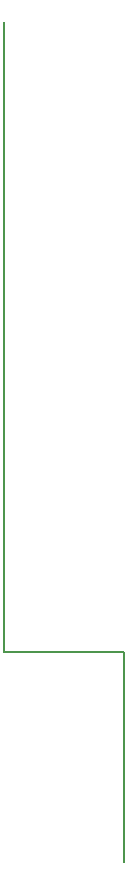
<source format=gbr>
%TF.GenerationSoftware,KiCad,Pcbnew,6.0.11+dfsg-1*%
%TF.CreationDate,2023-07-13T18:49:34+02:00*%
%TF.ProjectId,inversor,696e7665-7273-46f7-922e-6b696361645f,rev?*%
%TF.SameCoordinates,Original*%
%TF.FileFunction,OtherDrawing,Comment*%
%FSLAX46Y46*%
G04 Gerber Fmt 4.6, Leading zero omitted, Abs format (unit mm)*
G04 Created by KiCad (PCBNEW 6.0.11+dfsg-1) date 2023-07-13 18:49:34*
%MOMM*%
%LPD*%
G01*
G04 APERTURE LIST*
%ADD10C,0.150000*%
G04 APERTURE END LIST*
D10*
X190325000Y-81400000D02*
X190325000Y-99180000D01*
X180165000Y-81400000D02*
X190325000Y-81400000D01*
X180165000Y-28060000D02*
X180165000Y-81400000D01*
M02*

</source>
